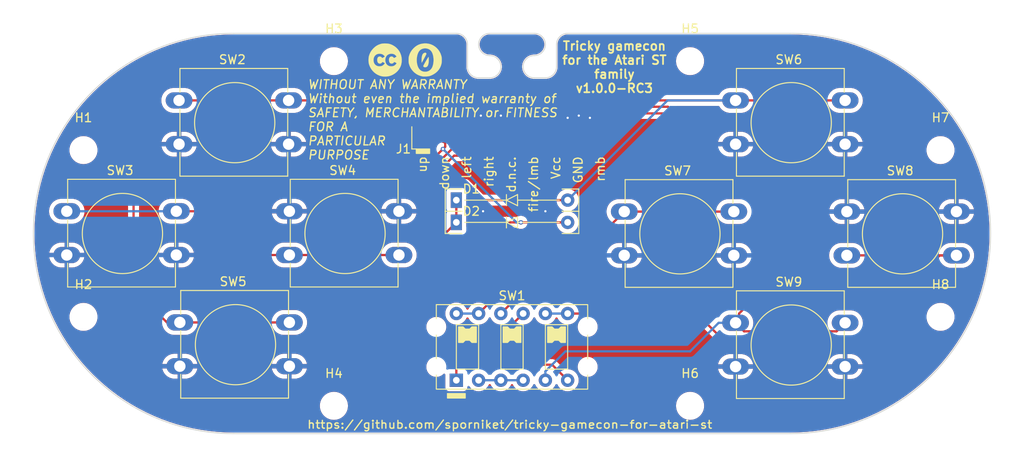
<source format=kicad_pcb>
(kicad_pcb (version 20221018) (generator pcbnew)
  (title_block (title "Tricky GAMe CONtroller for the Atari ST family -- PCB") (date "2023-11-14") (rev "v1.0.0-RC3") (company "Sporniket") (comment 3 "https://github.com/sporniket/tricky-gamecon-for-atari-st--pcb") (comment 4 "Original repository"))
  (layers (0 "F.Cu" signal) (31 "B.Cu" signal) (34 "B.Paste" user) (35 "F.Paste" user) (36 "B.SilkS" user "B.Silkscreen") (37 "F.SilkS" user "F.Silkscreen") (38 "B.Mask" user) (39 "F.Mask" user) (44 "Edge.Cuts" user))
  (net 0 "")
  (net 1 "Net-(D1-K)")
  (net 2 "/up")
  (net 3 "/down")
  (net 4 "/left")
  (net 5 "/right")
  (net 7 "/fire{slash}lmb")
  (net 8 "+5V")
  (net 9 "GND")
  (net 10 "/rmb")
  (net 11 "Net-(SW1-Pad2)")
  (net 12 "/special_1")
  (net 13 "/special_2")
  (footprint "Button_Switch_THT:SW_PUSH-12mm" (layer "F.Cu") (at 114.41 105.45)
    (fp_text reference "SW6" (at 6.08 -4.66) (layer "F.SilkS"))
    (fp_text value "SW_SPST")
    (fp_line (start 0.1 -3.65) (end 12.4 -3.65) (stroke (width 0.12)) (layer "F.SilkS"))
    (fp_line (start 0.1 -0.93) (end 0.1 -3.65) (stroke (width 0.12)) (layer "F.SilkS"))
    (fp_line (start 0.1 4.07) (end 0.1 0.93) (stroke (width 0.12)) (layer "F.SilkS"))
    (fp_line (start 0.1 8.65) (end 0.1 5.93) (stroke (width 0.12)) (layer "F.SilkS"))
    (fp_line (start 12.4 -3.65) (end 12.4 -0.93) (stroke (width 0.12)) (layer "F.SilkS"))
    (fp_line (start 12.4 0.93) (end 12.4 4.07) (stroke (width 0.12)) (layer "F.SilkS"))
    (fp_line (start 12.4 5.93) (end 12.4 8.65) (stroke (width 0.12)) (layer "F.SilkS"))
    (fp_line (start 12.4 8.65) (end 0.1 8.65) (stroke (width 0.12)) (layer "F.SilkS"))
    (fp_circle (center 6.35 2.54) (end 10.16 5.08) (stroke (width 0.12)) (fill none) (layer "F.SilkS"))
    (pad "1" thru_hole oval (at 0 0) (size 3.048 1.85) (drill 1.3) (layers "*.Cu" "*.Mask") (net 2 "/up"))
    (pad "1" thru_hole oval (at 12.5 0) (size 3.048 1.85) (drill 1.3) (layers "*.Cu" "*.Mask") (net 2 "/up"))
    (pad "2" thru_hole oval (at 0 5) (size 3.048 1.85) (drill 1.3) (layers "*.Cu" "*.Mask") (net 9 "GND"))
    (pad "2" thru_hole oval (at 12.5 5) (size 3.048 1.85) (drill 1.3) (layers "*.Cu" "*.Mask") (net 9 "GND"))
  )
  (footprint "cliparts:logo--cc--cc" (layer "F.Cu") (at 74.422 100.838)
    (fp_text reference "G***" hide)
    (fp_text value "LOGO" hide)
    (fp_poly (pts (xy 0.181573 -1.88911) (xy 0.356543 -1.871074) (xy 0.516513 -1.837606) (xy 0.67123 -1.78662) (xy 0.830442 -1.716032) (xy 0.843643 -1.709487) (xy 1.070063 -1.576968) (xy 1.272256 -1.418939) (xy 1.448851 -1.23807) (xy 1.59848 -1.037032) (xy 1.719773 -0.818495) (xy 1.81136 -0.585129) (xy 1.871872 -0.339604) (xy 1.899941 -0.084591) (xy 1.894196 0.177239) (xy 1.878437 0.308429) (xy 1.853943 0.448409) (xy 1.825086 0.566605) (xy 1.787398 0.677514) (xy 1.736411 0.795637) (xy 1.71349 0.843643) (xy 1.594377 1.04822) (xy 1.445139 1.238044) (xy 1.270073 1.409836) (xy 1.073479 1.560318) (xy 0.859654 1.686213) (xy 0.632895 1.784243) (xy 0.397503 1.85113) (xy 0.390465 1.852598) (xy 0.274583 1.870164) (xy 0.137355 1.881003) (xy -0.009239 1.885001) (xy -0.153222 1.882044) (xy -0.282615 1.872018) (xy -0.362857 1.859794) (xy -0.608774 1.792389) (xy -0.84152 1.692819) (xy -1.058442 1.563648) (xy -1.256888 1.407438) (xy -1.434207 1.226752) (xy -1.587745 1.024153) (xy -1.714851 0.802205) (xy -1.812872 0.563469) (xy -1.855612 0.417286) (xy -1.881501 0.273424) (xy -1.894726 0.10788) (xy -1.895294 -0.034735) (xy -1.3212 -0.034735) (xy -1.318302 0.081038) (xy -1.290796 0.243029) (xy -1.237057 0.381658) (xy -1.155967 0.499747) (xy -1.150236 0.506209) (xy -1.04068 0.601841) (xy -0.911682 0.669965) (xy -0.768744 0.709424) (xy -0.617371 0.719062) (xy -0.463063 0.697722) (xy -0.371906 0.669772) (xy -0.295824 0.634434) (xy -0.224288 0.584414) (xy -0.149678 0.515804) (xy -0.098676 0.46176) (xy -0.05957 0.414453) (xy -0.038389 0.381431) (xy -0.036285 0.373837) (xy -0.052325 0.350606) (xy -0.096884 0.318213) (xy -0.164235 0.280736) (xy -0.292185 0.216302) (xy -0.368342 0.299837) (xy -0.428999 0.357355) (xy -0.486889 0.390111) (xy -0.522838 0.400697) (xy -0.618426 0.407074) (xy -0.70938 0.386575) (xy -0.783917 0.342107) (xy -0.792298 0.334209) (xy -0.846678 0.256777) (xy -0.883244 0.157152) (xy -0.901671 0.044798) (xy -0.901658 -0.000564) (xy 0.021925 -0.000564) (xy 0.032819 0.147536) (xy 0.067865 0.289005) (xy 0.127017 0.417388) (xy 0.210228 0.526226) (xy 0.228506 0.543934) (xy 0.349757 0.631795) (xy 0.487782 0.69001) (xy 0.637194 0.717665) (xy 0.792606 0.713848) (xy 0.948631 0.677644) (xy 0.970666 0.669772) (xy 1.046747 0.634434) (xy 1.118283 0.584414) (xy 1.192893 0.515804) (xy 1.243904 0.46171) (xy 1.283013 0.414289) (xy 1.304188 0.381114) (xy 1.306286 0.37346) (xy 1.29179 0.351835) (xy 1.254093 0.323517) (xy 1.201883 0.292771) (xy 1.143849 0.263861) (xy 1.088679 0.241053) (xy 1.04506 0.22861) (xy 1.021681 0.230797) (xy 1.02029 0.23308) (xy 1.003623 0.261215) (xy 0.972063 0.302343) (xy 0.959106 0.317537) (xy 0.886365 0.374553) (xy 0.797859 0.403743) (xy 0.702027 0.404313) (xy 0.607307 0.375471) (xy 0.569508 0.354149) (xy 0.517338 0.300429) (xy 0.476897 0.220085) (xy 0.449855 0.121353) (xy 0.43788 0.012473) (xy 0.442643 -0.098318) (xy 0.460246 -0.18494) (xy 0.503984 -0.281315) (xy 0.567876 -0.351762) (xy 0.645923 -0.394996) (xy 0.732128 -0.409727) (xy 0.820491 -0.394669) (xy 0.905013 -0.348535) (xy 0.962346 -0.292681) (xy 1.016645 -0.226807) (xy 1.156522 -0.30268) (xy 1.219954 -0.338556) (xy 1.269762 -0.369494) (xy 1.298243 -0.390592) (xy 1.301968 -0.395261) (xy 1.293807 -0.420456) (xy 1.263689 -0.46093) (xy 1.218455 -0.509885) (xy 1.164944 -0.560519) (xy 1.109995 -0.606035) (xy 1.060447 -0.639631) (xy 1.0511 -0.644672) (xy 0.911788 -0.696839) (xy 0.763841 -0.719532) (xy 0.614253 -0.713716) (xy 0.470018 -0.680356) (xy 0.338131 -0.620416) (xy 0.225585 -0.534862) (xy 0.220802 -0.530141) (xy 0.134623 -0.420083) (xy 0.072781 -0.29083) (xy 0.035231 -0.148838) (xy 0.021925 -0.000564) (xy -0.901658 -0.000564) (xy -0.901636 -0.070823) (xy -0.882815 -0.180246) (xy -0.844886 -0.274009) (xy -0.814547 -0.31687) (xy -0.740947 -0.375776) (xy -0.655247 -0.404356) (xy -0.56465 -0.403011) (xy -0.476356 -0.372142) (xy -0.397567 -0.31215) (xy -0.380225 -0.292681) (xy -0.325926 -0.226807) (xy -0.186049 -0.30268) (xy -0.12248 -0.338813) (xy -0.072453 -0.370357) (xy -0.043729 -0.392287) (xy -0.039923 -0.397301) (xy -0.048117 -0.422599) (xy -0.078488 -0.462977) (xy -0.124195 -0.511726) (xy -0.178395 -0.562141) (xy -0.234249 -0.607514) (xy -0.284915 -0.641138) (xy -0.293064 -0.645479) (xy -0.421737 -0.692962) (xy -0.565556 -0.716327) (xy -0.713429 -0.715426) (xy -0.854269 -0.690113) (xy -0.950387 -0.654165) (xy -1.074292 -0.574791) (xy -1.175104 -0.469605) (xy -1.251046 -0.342163) (xy -1.300338 -0.196021) (xy -1.3212 -0.034735) (xy -1.895294 -0.034735) (xy -1.895423 -0.067078) (xy -1.88373 -0.239179) (xy -1.859785 -0.396155) (xy -1.845815 -0.455728) (xy -1.767541 -0.692448) (xy -1.662289 -0.910967) (xy -1.527044 -1.11655) (xy -1.358789 -1.31446) (xy -1.346304 -1.327531) (xy -1.160235 -1.500286) (xy -0.964759 -1.639929) (xy -0.75504 -1.749348) (xy -0.526241 -1.831427) (xy -0.480631 -1.844059) (xy -0.402317 -1.863556) (xy -0.332789 -1.877142) (xy -0.261944 -1.885903) (xy -0.17968 -1.890926) (xy -0.075895 -1.893297) (xy -0.018143 -1.893796) (xy 0.181573 -1.88911)) (stroke (width 0.01)) (fill solid) (layer "F.SilkS"))
  )
  (footprint "Button_Switch_THT:SW_PUSH-12mm" (layer "F.Cu") (at 50.91 105.45)
    (fp_text reference "SW2" (at 6.08 -4.66) (layer "F.SilkS"))
    (fp_text value "SW_SPST")
    (fp_line (start 0.1 -3.65) (end 12.4 -3.65) (stroke (width 0.12)) (layer "F.SilkS"))
    (fp_line (start 0.1 -0.93) (end 0.1 -3.65) (stroke (width 0.12)) (layer "F.SilkS"))
    (fp_line (start 0.1 4.07) (end 0.1 0.93) (stroke (width 0.12)) (layer "F.SilkS"))
    (fp_line (start 0.1 8.65) (end 0.1 5.93) (stroke (width 0.12)) (layer "F.SilkS"))
    (fp_line (start 12.4 -3.65) (end 12.4 -0.93) (stroke (width 0.12)) (layer "F.SilkS"))
    (fp_line (start 12.4 0.93) (end 12.4 4.07) (stroke (width 0.12)) (layer "F.SilkS"))
    (fp_line (start 12.4 5.93) (end 12.4 8.65) (stroke (width 0.12)) (layer "F.SilkS"))
    (fp_line (start 12.4 8.65) (end 0.1 8.65) (stroke (width 0.12)) (layer "F.SilkS"))
    (fp_circle (center 6.35 2.54) (end 10.16 5.08) (stroke (width 0.12)) (fill none) (layer "F.SilkS"))
    (pad "1" thru_hole oval (at 0 0) (size 3.048 1.85) (drill 1.3) (layers "*.Cu" "*.Mask") (net 2 "/up"))
    (pad "1" thru_hole oval (at 12.5 0) (size 3.048 1.85) (drill 1.3) (layers "*.Cu" "*.Mask") (net 2 "/up"))
    (pad "2" thru_hole oval (at 0 5) (size 3.048 1.85) (drill 1.3) (layers "*.Cu" "*.Mask") (net 9 "GND"))
    (pad "2" thru_hole oval (at 12.5 5) (size 3.048 1.85) (drill 1.3) (layers "*.Cu" "*.Mask") (net 9 "GND"))
  )
  (footprint "commons-passives_THT:Passive_THT_diode_W2.54mm_L12.70mm" (layer "F.Cu") (at 88.9 116.84)
    (fp_text reference "D1" (at -5.715 -1.27) (layer "F.SilkS") (effects (justify left)))
    (fp_text value "1N4148")
    (fp_line (start -7.62 -1.27) (end -5.715 -1.27) (stroke (width 0.12)) (layer "F.SilkS"))
    (fp_line (start -7.62 1.27) (end -7.62 -1.27) (stroke (width 0.12)) (layer "F.SilkS"))
    (fp_line (start -5.715 1.27) (end -7.62 1.27) (stroke (width 0.12)) (layer "F.SilkS"))
    (fp_line (start -0.635 -0.635) (end -0.635 0.635) (stroke (width 0.12)) (layer "F.SilkS"))
    (fp_line (start -0.635 0) (end -5.3975 0) (stroke (width 0.12)) (layer "F.SilkS"))
    (fp_line (start -0.635 0) (end 0.635 0.635) (stroke (width 0.12)) (layer "F.SilkS"))
    (fp_line (start 0.635 -0.635) (end -0.635 0) (stroke (width 0.12)) (layer "F.SilkS"))
    (fp_line (start 0.635 0) (end 5.3975 0) (stroke (width 0.12)) (layer "F.SilkS"))
    (fp_line (start 0.635 0.635) (end 0.635 -0.635) (stroke (width 0.12)) (layer "F.SilkS"))
    (fp_line (start 5.715 -1.27) (end 7.62 -1.27) (stroke (width 0.12)) (layer "F.SilkS"))
    (fp_line (start 7.62 -1.27) (end 7.62 1.27) (stroke (width 0.12)) (layer "F.SilkS"))
    (fp_line (start 7.62 1.27) (end 5.715 1.27) (stroke (width 0.12)) (layer "F.SilkS"))
    (pad "1" thru_hole rect (at -6.35 0) (size 1.27 1.778) (drill 0.762) (layers "*.Cu" "*.Mask") (net 1 "Net-(D1-K)"))
    (pad "2" thru_hole circle (at 6.35 0) (size 1.524 1.524) (drill 0.762) (layers "*.Cu" "*.Mask") (net 2 "/up"))
  )
  (footprint "MountingHole:MountingHole_2.7mm_M2.5" (layer "F.Cu") (at 109.22 100.965)
    (fp_text reference "H5" (at 0 -3.7) (layer "F.SilkS"))
    (fp_text value "M2.5")
    (pad "" np_thru_hole circle (at 0 0) (size 2.7 2.7) (drill 2.7) (layers "*.Cu" "*.Mask"))
  )
  (footprint "MountingHole:MountingHole_2.7mm_M2.5" (layer "F.Cu") (at 40.005 130.175)
    (fp_text reference "H2" (at 0 -3.7) (layer "F.SilkS"))
    (fp_text value "M2.5")
    (pad "" np_thru_hole circle (at 0 0) (size 2.7 2.7) (drill 2.7) (layers "*.Cu" "*.Mask"))
  )
  (footprint "MountingHole:MountingHole_2.7mm_M2.5" (layer "F.Cu") (at 109.22 140.335)
    (fp_text reference "H6" (at 0 -3.7) (layer "F.SilkS"))
    (fp_text value "M2.5")
    (pad "" np_thru_hole circle (at 0 0) (size 2.7 2.7) (drill 2.7) (layers "*.Cu" "*.Mask"))
  )
  (footprint "MountingHole:MountingHole_2.7mm_M2.5" (layer "F.Cu") (at 68.58 100.965)
    (fp_text reference "H3" (at 0 -3.7) (layer "F.SilkS"))
    (fp_text value "M2.5")
    (pad "" np_thru_hole circle (at 0 0) (size 2.7 2.7) (drill 2.7) (layers "*.Cu" "*.Mask"))
  )
  (footprint "Button_Switch_THT:SW_PUSH-12mm" (layer "F.Cu") (at 63.5 118.11)
    (fp_text reference "SW4" (at 6.08 -4.66) (layer "F.SilkS"))
    (fp_text value "SW_SPST")
    (fp_line (start 0.1 -3.65) (end 12.4 -3.65) (stroke (width 0.12)) (layer "F.SilkS"))
    (fp_line (start 0.1 -0.93) (end 0.1 -3.65) (stroke (width 0.12)) (layer "F.SilkS"))
    (fp_line (start 0.1 4.07) (end 0.1 0.93) (stroke (width 0.12)) (layer "F.SilkS"))
    (fp_line (start 0.1 8.65) (end 0.1 5.93) (stroke (width 0.12)) (layer "F.SilkS"))
    (fp_line (start 12.4 -3.65) (end 12.4 -0.93) (stroke (width 0.12)) (layer "F.SilkS"))
    (fp_line (start 12.4 0.93) (end 12.4 4.07) (stroke (width 0.12)) (layer "F.SilkS"))
    (fp_line (start 12.4 5.93) (end 12.4 8.65) (stroke (width 0.12)) (layer "F.SilkS"))
    (fp_line (start 12.4 8.65) (end 0.1 8.65) (stroke (width 0.12)) (layer "F.SilkS"))
    (fp_circle (center 6.35 2.54) (end 10.16 5.08) (stroke (width 0.12)) (fill none) (layer "F.SilkS"))
    (pad "1" thru_hole oval (at 0 0) (size 3.048 1.85) (drill 1.3) (layers "*.Cu" "*.Mask") (net 9 "GND"))
    (pad "1" thru_hole oval (at 12.5 0) (size 3.048 1.85) (drill 1.3) (layers "*.Cu" "*.Mask") (net 9 "GND"))
    (pad "2" thru_hole oval (at 0 5) (size 3.048 1.85) (drill 1.3) (layers "*.Cu" "*.Mask") (net 5 "/right"))
    (pad "2" thru_hole oval (at 12.5 5) (size 3.048 1.85) (drill 1.3) (layers "*.Cu" "*.Mask") (net 5 "/right"))
  )
  (footprint "Button_Switch_THT:SW_PUSH-12mm" (layer "F.Cu") (at 127.11 118.15)
    (fp_text reference "SW8" (at 6.08 -4.66) (layer "F.SilkS"))
    (fp_text value "SW_SPST")
    (fp_line (start 0.1 -3.65) (end 12.4 -3.65) (stroke (width 0.12)) (layer "F.SilkS"))
    (fp_line (start 0.1 -0.93) (end 0.1 -3.65) (stroke (width 0.12)) (layer "F.SilkS"))
    (fp_line (start 0.1 4.07) (end 0.1 0.93) (stroke (width 0.12)) (layer "F.SilkS"))
    (fp_line (start 0.1 8.65) (end 0.1 5.93) (stroke (width 0.12)) (layer "F.SilkS"))
    (fp_line (start 12.4 -3.65) (end 12.4 -0.93) (stroke (width 0.12)) (layer "F.SilkS"))
    (fp_line (start 12.4 0.93) (end 12.4 4.07) (stroke (width 0.12)) (layer "F.SilkS"))
    (fp_line (start 12.4 5.93) (end 12.4 8.65) (stroke (width 0.12)) (layer "F.SilkS"))
    (fp_line (start 12.4 8.65) (end 0.1 8.65) (stroke (width 0.12)) (layer "F.SilkS"))
    (fp_circle (center 6.35 2.54) (end 10.16 5.08) (stroke (width 0.12)) (fill none) (layer "F.SilkS"))
    (pad "1" thru_hole oval (at 0 0) (size 3.048 1.85) (drill 1.3) (layers "*.Cu" "*.Mask") (net 9 "GND"))
    (pad "1" thru_hole oval (at 12.5 0) (size 3.048 1.85) (drill 1.3) (layers "*.Cu" "*.Mask") (net 9 "GND"))
    (pad "2" thru_hole oval (at 0 5) (size 3.048 1.85) (drill 1.3) (layers "*.Cu" "*.Mask") (net 12 "/special_1"))
    (pad "2" thru_hole oval (at 12.5 5) (size 3.048 1.85) (drill 1.3) (layers "*.Cu" "*.Mask") (net 12 "/special_1"))
  )
  (footprint "commons-passives_THT:Passive_THT_diode_W2.54mm_L12.70mm" (layer "F.Cu") (at 88.9 119.38)
    (fp_text reference "D2" (at -5.715 -1.27) (layer "F.SilkS") (effects (justify left)))
    (fp_text value "1N4148")
    (fp_line (start -7.62 -1.27) (end -5.715 -1.27) (stroke (width 0.12)) (layer "F.SilkS"))
    (fp_line (start -7.62 1.27) (end -7.62 -1.27) (stroke (width 0.12)) (layer "F.SilkS"))
    (fp_line (start -5.715 1.27) (end -7.62 1.27) (stroke (width 0.12)) (layer "F.SilkS"))
    (fp_line (start -0.635 -0.635) (end -0.635 0.635) (stroke (width 0.12)) (layer "F.SilkS"))
    (fp_line (start -0.635 0) (end -5.3975 0) (stroke (width 0.12)) (layer "F.SilkS"))
    (fp_line (start -0.635 0) (end 0.635 0.635) (stroke (width 0.12)) (layer "F.SilkS"))
    (fp_line (start 0.635 -0.635) (end -0.635 0) (stroke (width 0.12)) (layer "F.SilkS"))
    (fp_line (start 0.635 0) (end 5.3975 0) (stroke (width 0.12)) (layer "F.SilkS"))
    (fp_line (start 0.635 0.635) (end 0.635 -0.635) (stroke (width 0.12)) (layer "F.SilkS"))
    (fp_line (start 5.715 -1.27) (end 7.62 -1.27) (stroke (width 0.12)) (layer "F.SilkS"))
    (fp_line (start 7.62 -1.27) (end 7.62 1.27) (stroke (width 0.12)) (layer "F.SilkS"))
    (fp_line (start 7.62 1.27) (end 5.715 1.27) (stroke (width 0.12)) (layer "F.SilkS"))
    (pad "1" thru_hole rect (at -6.35 0) (size 1.27 1.778) (drill 0.762) (layers "*.Cu" "*.Mask") (net 1 "Net-(D1-K)"))
    (pad "2" thru_hole circle (at 6.35 0) (size 1.524 1.524) (drill 0.762) (layers "*.Cu" "*.Mask") (net 3 "/down"))
  )
  (footprint "Button_Switch_THT:SW_PUSH-12mm" (layer "F.Cu") (at 114.41 130.85)
    (fp_text reference "SW9" (at 6.08 -4.66) (layer "F.SilkS"))
    (fp_text value "SW_SPST")
    (fp_line (start 0.1 -3.65) (end 12.4 -3.65) (stroke (width 0.12)) (layer "F.SilkS"))
    (fp_line (start 0.1 -0.93) (end 0.1 -3.65) (stroke (width 0.12)) (layer "F.SilkS"))
    (fp_line (start 0.1 4.07) (end 0.1 0.93) (stroke (width 0.12)) (layer "F.SilkS"))
    (fp_line (start 0.1 8.65) (end 0.1 5.93) (stroke (width 0.12)) (layer "F.SilkS"))
    (fp_line (start 12.4 -3.65) (end 12.4 -0.93) (stroke (width 0.12)) (layer "F.SilkS"))
    (fp_line (start 12.4 0.93) (end 12.4 4.07) (stroke (width 0.12)) (layer "F.SilkS"))
    (fp_line (start 12.4 5.93) (end 12.4 8.65) (stroke (width 0.12)) (layer "F.SilkS"))
    (fp_line (start 12.4 8.65) (end 0.1 8.65) (stroke (width 0.12)) (layer "F.SilkS"))
    (fp_circle (center 6.35 2.54) (end 10.16 5.08) (stroke (width 0.12)) (fill none) (layer "F.SilkS"))
    (pad "1" thru_hole oval (at 0 0) (size 3.048 1.85) (drill 1.3) (layers "*.Cu" "*.Mask") (net 7 "/fire{slash}lmb"))
    (pad "1" thru_hole oval (at 12.5 0) (size 3.048 1.85) (drill 1.3) (layers "*.Cu" "*.Mask") (net 7 "/fire{slash}lmb"))
    (pad "2" thru_hole oval (at 0 5) (size 3.048 1.85) (drill 1.3) (layers "*.Cu" "*.Mask") (net 9 "GND"))
    (pad "2" thru_hole oval (at 12.5 5) (size 3.048 1.85) (drill 1.3) (layers "*.Cu" "*.Mask") (net 9 "GND"))
  )
  (footprint "MountingHole:MountingHole_2.7mm_M2.5" (layer "F.Cu") (at 40.005 111.125)
    (fp_text reference "H1" (at 0 -3.7) (layer "F.SilkS"))
    (fp_text value "M2.5")
    (pad "" np_thru_hole circle (at 0 0) (size 2.7 2.7) (drill 2.7) (layers "*.Cu" "*.Mask"))
  )
  (footprint "cliparts:logo--cc--zero" (layer "F.Cu") (at 78.994 100.838)
    (fp_text reference "G***" hide)
    (fp_text value "LOGO" hide)
    (fp_poly (pts (xy 0.057321 -0.830424) (xy 0.083463 -0.820686) (xy 0.117309 -0.780814) (xy 0.137478 -0.725549) (xy 0.137747 -0.680571) (xy 0.127503 -0.657424) (xy 0.102603 -0.607525) (xy 0.06567 -0.535781) (xy 0.019328 -0.447098) (xy -0.033802 -0.346382) (xy -0.091097 -0.238539) (xy -0.149934 -0.128475) (xy -0.20769 -0.021096) (xy -0.261742 0.07869) (xy -0.309468 0.165979) (xy -0.348245 0.235863) (xy -0.375451 0.283438) (xy -0.388462 0.303795) (xy -0.388486 0.30382) (xy -0.393459 0.290764) (xy -0.400181 0.249603) (xy -0.407406 0.188391) (xy -0.40931 0.169171) (xy -0.413139 0.092066) (xy -0.413075 -0.007241) (xy -0.409332 -0.114899) (xy -0.403675 -0.199571) (xy -0.382038 -0.376288) (xy -0.349163 -0.520517) (xy -0.304017 -0.634591) (xy -0.245569 -0.720841) (xy -0.172787 -0.781601) (xy -0.138177 -0.799862) (xy -0.070544 -0.82254) (xy -0.001027 -0.833136) (xy 0.057321 -0.830424)) (stroke (width 0.01)) (fill solid) (layer "F.SilkS"))
    (fp_poly (pts (xy 0.383764 -0.357274) (xy 0.393353 -0.321778) (xy 0.40108 -0.257806) (xy 0.406723 -0.173131) (xy 0.41006 -0.075525) (xy 0.410869 0.027239) (xy 0.408929 0.127388) (xy 0.404016 0.217149) (xy 0.401074 0.249312) (xy 0.3739 0.425253) (xy 0.333003 0.568124) (xy 0.278198 0.678521) (xy 0.261348 0.702372) (xy 0.190452 0.769059) (xy 0.101924 0.813267) (xy 0.00607 0.831874) (xy -0.086801 0.82176) (xy -0.108484 0.814324) (xy -0.177149 0.773742) (xy -0.212652 0.720491) (xy -0.217714 0.686685) (xy -0.209228 0.658752) (xy -0.185436 0.606283) (xy -0.14884 0.53362) (xy -0.101939 0.445101) (xy -0.047235 0.345066) (xy 0.012774 0.237856) (xy 0.075585 0.12781) (xy 0.138699 0.019269) (xy 0.199616 -0.083428) (xy 0.255834 -0.175941) (xy 0.304853 -0.253931) (xy 0.344174 -0.313056) (xy 0.371295 -0.348978) (xy 0.383716 -0.357356) (xy 0.383764 -0.357274)) (stroke (width 0.01)) (fill solid) (layer "F.SilkS"))
    (fp_poly (pts (xy 0.165523 -1.89717) (xy 0.419686 -1.859637) (xy 0.664181 -1.787833) (xy 0.896761 -1.682579) (xy 1.115182 -1.544698) (xy 1.304474 -1.38712) (xy 1.481837 -1.195152) (xy 1.631406 -0.981221) (xy 1.750897 -0.749165) (xy 1.838026 -0.502822) (xy 1.844128 -0.480359) (xy 1.863624 -0.401998) (xy 1.877214 -0.332288) (xy 1.885988 -0.26112) (xy 1.891036 -0.178383) (xy 1.893449 -0.073966) (xy 1.893958 -0.018143) (xy 1.893143 0.121119) (xy 1.888203 0.233522) (xy 1.878477 0.32833) (xy 1.8633 0.414805) (xy 1.862771 0.417286) (xy 1.792249 0.662677) (xy 1.689954 0.891356) (xy 1.557011 1.101922) (xy 1.394546 1.292972) (xy 1.203684 1.463102) (xy 0.985551 1.61091) (xy 0.843643 1.687511) (xy 0.704335 1.75318) (xy 0.582976 1.801925) (xy 0.469017 1.836271) (xy 0.351906 1.858744) (xy 0.221093 1.871867) (xy 0.066027 1.878168) (xy 0.045357 1.878584) (xy -0.057047 1.87988) (xy -0.149573 1.879943) (xy -0.22482 1.878851) (xy -0.275389 1.876683) (xy -0.290286 1.875007) (xy -0.554392 1.807678) (xy -0.795148 1.713832) (xy -1.015524 1.591928) (xy -1.218493 1.440426) (xy -1.333868 1.333968) (xy -1.511617 1.132692) (xy -1.657864 0.913606) (xy -1.77222 0.677378) (xy -1.84672 0.45378) (xy -1.865359 0.379667) (xy -1.878292 0.31352) (xy -1.886515 0.245572) (xy -1.891027 0.166054) (xy -1.892822 0.065197) (xy -1.892977 0.011949) (xy -0.962263 0.011949) (xy -0.952186 0.225626) (xy -0.922519 0.434426) (xy -0.872812 0.63303) (xy -0.802618 0.816122) (xy -0.796966 0.828134) (xy -0.702488 0.988993) (xy -0.587229 1.120459) (xy -0.45277 1.221717) (xy -0.300691 1.29195) (xy -0.132571 1.330343) (xy 0.050008 1.33608) (xy 0.163286 1.323908) (xy 0.326889 1.280535) (xy 0.476659 1.204962) (xy 0.609024 1.099792) (xy 0.720412 0.967631) (xy 0.774855 0.878033) (xy 0.844141 0.718825) (xy 0.897988 0.533618) (xy 0.935244 0.329766) (xy 0.954756 0.114625) (xy 0.955373 -0.104449) (xy 0.947333 -0.222973) (xy 0.912947 -0.464304) (xy 0.858093 -0.676541) (xy 0.782907 -0.859426) (xy 0.687524 -1.0127) (xy 0.57208 -1.136105) (xy 0.436711 -1.229384) (xy 0.411082 -1.242542) (xy 0.249752 -1.303406) (xy 0.082219 -1.333412) (xy -0.086049 -1.333434) (xy -0.249586 -1.304349) (xy -0.402924 -1.247033) (xy -0.540596 -1.16236) (xy -0.636437 -1.074798) (xy -0.734485 -0.943512) (xy -0.815634 -0.785201) (xy -0.879434 -0.605182) (xy -0.925439 -0.408773) (xy -0.953198 -0.20129) (xy -0.962263 0.011949) (xy -1.892977 0.011949) (xy -1.893012 0) (xy -1.892259 -0.115871) (xy -1.889329 -0.205279) (xy -1.883215 -0.278029) (xy -1.87291 -0.343923) (xy -1.857409 -0.412765) (xy -1.846226 -0.455728) (xy -1.765836 -0.697077) (xy -1.658279 -0.918824) (xy -1.520588 -1.126164) (xy -1.350311 -1.323756) (xy -1.159879 -1.500692) (xy -0.961487 -1.643312) (xy -0.751606 -1.753235) (xy -0.526709 -1.832081) (xy -0.283267 -1.88147) (xy -0.096062 -1.899611) (xy 0.165523 -1.89717)) (stroke (width 0.01)) (fill solid) (layer "F.SilkS"))
  )
  (footprint "tricky_footprints:GrayHill_Series78_SPDT_DIP_Switches_x03" (layer "F.Cu") (at 88.9 133.604)
    (fp_text reference "SW1" (at 0 -5.842 unlocked) (layer "F.SilkS"))
    (fp_text value "GrayHill_series_78_SPDT_DIP_x03")
    (fp_rect (start -8.636 -4.826) (end 8.636 4.826) (stroke (width 0.12)) (fill none) (layer "F.SilkS"))
    (fp_rect (start -7.366 5.334) (end -5.334 5.842) (stroke (width 0.12)) (fill solid) (layer "F.SilkS"))
    (fp_rect (start -6.35 -2.54) (end -3.81 2.54) (stroke (width 0.12)) (fill none) (layer "F.SilkS"))
    (fp_rect (start -1.27 -2.54) (end 1.27 2.54) (stroke (width 0.12)) (fill none) (layer "F.SilkS"))
    (fp_rect (start 3.81 -2.54) (end 6.35 2.54) (stroke (width 0.12)) (fill none) (layer "F.SilkS"))
    (fp_poly (pts (xy -6.096 -2.286) (xy -5.588 -2.286) (xy -5.334 -2.032) (xy -4.826 -2.032) (xy -4.572 -2.286) (xy -4.064 -2.286) (xy -4.064 -0.508) (xy -4.572 -0.508) (xy -4.826 -0.762) (xy -5.334 -0.762) (xy -5.588 -0.508) (xy -6.096 -0.508)) (stroke (width 0.12)) (fill solid) (layer "F.SilkS"))
    (fp_poly (pts (xy -1.016 -2.286) (xy -0.508 -2.286) (xy -0.254 -2.032) (xy 0.254 -2.032) (xy 0.508 -2.286) (xy 1.016 -2.286) (xy 1.016 -0.508) (xy 0.508 -0.508) (xy 0.254 -0.762) (xy -0.254 -0.762) (xy -0.508 -0.508) (xy -1.016 -0.508)) (stroke (width 0.12)) (fill solid) (layer "F.SilkS"))
    (fp_poly (pts (xy 4.064 -2.286) (xy 4.572 -2.286) (xy 4.826 -2.032) (xy 5.334 -2.032) (xy 5.588 -2.286) (xy 6.096 -2.286) (xy 6.096 -0.508) (xy 5.588 -0.508) (xy 5.334 -0.762) (xy 4.826 -0.762) (xy 4.572 -0.508) (xy 4.064 -0.508)) (stroke (width 0.12)) (fill solid) (layer "F.SilkS"))
    (pad "" np_thru_hole circle (at -8.636 -2.286) (size 1.778 1.778) (drill 1.778) (layers "F&B.Cu" "*.Mask"))
    (pad "" np_thru_hole circle (at -8.636 2.286) (size 1.778 1.778) (drill 1.778) (layers "F&B.Cu" "*.Mask"))
    (pad "" np_thru_hole circle (at 8.636 -2.286) (size 1.778 1.778) (drill 1.778) (layers "F&B.Cu" "*.Mask"))
    (pad "" np_thru_hole circle (at 8.636 2.286) (size 1.778 1.778) (drill 1.778) (layers "F&B.Cu" "*.Mask"))
    (pad "1" thru_hole rect (at -6.35 3.81) (size 1.524 1.524) (drill 0.762) (layers "*.Cu" "*.Mask") (net 2 "/up"))
    (pad "2" thru_hole circle (at -3.81 3.81) (size 1.524 1.524) (drill 0.762) (layers "*.Cu" "*.Mask") (net 11 "Net-(SW1-Pad2)"))
    (pad "3" thru_hole circle (at -1.27 3.81) (size 1.524 1.524) (drill 0.762) (layers "*.Cu" "*.Mask") (net 11 "Net-(SW1-Pad2)"))
    (pad "4" thru_hole circle (at 1.27 3.81) (size 1.524 1.524) (drill 0.762) (layers "*.Cu" "*.Mask") (net 11 "Net-(SW1-Pad2)"))
    (pad "5" thru_hole circle (at 3.81 3.81) (size 1.524 1.524) (drill 0.762) (layers "*.Cu" "*.Mask") (net 7 "/fire{slash}lmb"))
    (pad "6" thru_hole circle (at 6.35 3.81) (size 1.524 1.524) (drill 0.762) (layers "*.Cu" "*.Mask") (net 1 "Net-(D1-K)"))
    (pad "7" thru_hole circle (at 6.35 -3.81) (size 1.524 1.524) (drill 0.762) (layers "*.Cu" "*.Mask") (net 12 "/special_1"))
    (pad "8" thru_hole circle (at 3.81 -3.81) (size 1.524 1.524) (drill 0.762) (layers "*.Cu" "*.Mask") (net 12 "/special_1"))
    (pad "9" thru_hole circle (at 1.27 -3.81) (size 1.524 1.524) (drill 0.762) (layers "*.Cu" "*.Mask") (net 3 "/down"))
    (pad "10" thru_hole circle (at -1.27 -3.81) (size 1.524 1.524) (drill 0.762) (layers "*.Cu" "*.Mask") (net 10 "/rmb"))
    (pad "11" thru_hole circle (at -3.81 -3.81) (size 1.524 1.524) (drill 0.762) (layers "*.Cu" "*.Mask") (net 13 "/special_2"))
    (pad "12" thru_hole circle (at -6.35 -3.81) (size 1.524 1.524) (drill 0.762) (layers "*.Cu" "*.Mask") (net 13 "/special_2"))
  )
  (footprint "MountingHole:MountingHole_2.7mm_M2.5" (layer "F.Cu") (at 137.795 111.125)
    (fp_text reference "H7" (at 0 -3.7) (layer "F.SilkS"))
    (fp_text value "M2.5")
    (pad "" np_thru_hole circle (at 0 0) (size 2.7 2.7) (drill 2.7) (layers "*.Cu" "*.Mask"))
  )
  (footprint "tricky_footprints:Wire_pads_x9" (layer "F.Cu") (at 88.9 109.22)
    (fp_text reference "J1" (at -11.43 1.778 unlocked) (layer "F.SilkS") (effects (justify right)))
    (fp_text value "Conn_01x09")
    (fp_text user "fire/lmb" (at 3.048 2.54 270) (layer "F.SilkS") (effects (justify right bottom)))
    (fp_text user "GND" (at 8.128 2.54 270) (layer "F.SilkS") (effects (justify right bottom)))
    (fp_text user "right" (at -2.032 2.54 270) (layer "F.SilkS") (effects (justify right bottom)))
    (fp_text user "up" (at -9.652 2.54 270) (layer "F.SilkS") (effects (justify right bottom)))
    (fp_text user "left" (at -4.572 2.54 270) (layer "F.SilkS") (effects (justify right bottom)))
    (fp_text user "Vcc" (at 5.588 2.54 270) (layer "F.SilkS") (effects (justify right bottom)))
    (fp_text user "d.n.c." (at 0.508 2.54 270) (layer "F.SilkS") (effects (justify right bottom)))
    (fp_text user "rmb" (at 10.668 2.54 270) (layer "F.SilkS") (effects (justify right bottom)))
    (fp_text user "down" (at -7.112 2.54 270) (layer "F.SilkS") (effects (justify right bottom)))
    (fp_line (start -11.43 1.778) (end -11.43 -0.762) (stroke (width 0.12)) (layer "F.SilkS"))
    (fp_line (start -10.922 1.778) (end -11.43 1.778) (stroke (width 0.12)) (layer "F.SilkS"))
    (fp_rect (start -10.922 1.778) (end -9.398 2.286) (stroke (width 0.12)) (fill solid) (layer "F.SilkS"))
    (pad "1" smd rect (at -10.16 0) (size 1.524 2.286) (layers "F.Cu" "F.Paste" "F.Mask") (net 2 "/up"))
    (pad "2" smd oval (at -7.62 0) (size 1.524 2.286) (layers "F.Cu" "F.Paste" "F.Mask") (net 3 "/down"))
    (pad "3" smd oval (at -5.08 0) (size 1.524 2.286) (layers "F.Cu" "F.Paste" "F.Mask") (net 4 "/left"))
    (pad "4" smd oval (at -2.54 0) (size 1.524 2.286) (layers "F.Cu" "F.Paste" "F.Mask") (net 5 "/right"))
    (pad "5" smd oval (at 0 0) (size 1.524 2.286) (layers "F.Cu" "F.Paste" "F.Mask"))
    (pad "6" smd oval (at 2.54 0) (size 1.524 2.286) (layers "F.Cu" "F.Paste" "F.Mask") (net 7 "/fire{slash}lmb"))
    (pad "7" smd oval (at 5.08 0) (size 1.524 2.286) (layers "F.Cu" "F.Paste" "F.Mask") (net 8 "+5V"))
    (pad "8" smd oval (at 7.62 0) (size 1.524 2.286) (layers "F.Cu" "F.Paste" "F.Mask") (net 9 "GND"))
    (pad "9" smd oval (at 10.16 0) (size 1.524 2.286) (layers "F.Cu" "F.Paste" "F.Mask") (net 10 "/rmb"))
  )
  (footprint "Button_Switch_THT:SW_PUSH-12mm" (layer "F.Cu") (at 101.71 118.15)
    (fp_text reference "SW7" (at 6.08 -4.66) (layer "F.SilkS"))
    (fp_text value "SW_SPST")
    (fp_line (start 0.1 -3.65) (end 12.4 -3.65) (stroke (width 0.12)) (layer "F.SilkS"))
    (fp_line (start 0.1 -0.93) (end 0.1 -3.65) (stroke (width 0.12)) (layer "F.SilkS"))
    (fp_line (start 0.1 4.07) (end 0.1 0.93) (stroke (width 0.12)) (layer "F.SilkS"))
    (fp_line (start 0.1 8.65) (end 0.1 5.93) (stroke (width 0.12)) (layer "F.SilkS"))
    (fp_line (start 12.4 -3.65) (end 12.4 -0.93) (stroke (width 0.12)) (layer "F.SilkS"))
    (fp_line (start 12.4 0.93) (end 12.4 4.07) (stroke (width 0.12)) (layer "F.SilkS"))
    (fp_line (start 12.4 5.93) (end 12.4 8.65) (stroke (width 0.12)) (layer "F.SilkS"))
    (fp_line (start 12.4 8.65) (end 0.1 8.65) (stroke (width 0.12)) (layer "F.SilkS"))
    (fp_circle (center 6.35 2.54) (end 10.16 5.08) (stroke (width 0.12)) (fill none) (layer "F.SilkS"))
    (pad "1" thru_hole oval (at 0 0) (size 3.048 1.85) (drill 1.3) (layers "*.Cu" "*.Mask") (net 13 "/special_2"))
    (pad "1" thru_hole oval (at 12.5 0) (size 3.048 1.85) (drill 1.3) (layers "*.Cu" "*.Mask") (net 13 "/special_2"))
    (pad "2" thru_hole oval (at 0 5) (size 3.048 1.85) (drill 1.3) (layers "*.Cu" "*.Mask") (net 9 "GND"))
    (pad "2" thru_hole oval (at 12.5 5) (size 3.048 1.85) (drill 1.3) (layers "*.Cu" "*.Mask") (net 9 "GND"))
  )
  (footprint "MountingHole:MountingHole_2.7mm_M2.5" (layer "F.Cu") (at 68.58 140.335)
    (fp_text reference "H4" (at 0 -3.7) (layer "F.SilkS"))
    (fp_text value "M2.5")
    (pad "" np_thru_hole circle (at 0 0) (size 2.7 2.7) (drill 2.7) (layers "*.Cu" "*.Mask"))
  )
  (footprint "MountingHole:MountingHole_2.7mm_M2.5" (layer "F.Cu") (at 137.795 130.175)
    (fp_text reference "H8" (at 0 -3.7) (layer "F.SilkS"))
    (fp_text value "M2.5")
    (pad "" np_thru_hole circle (at 0 0) (size 2.7 2.7) (drill 2.7) (layers "*.Cu" "*.Mask"))
  )
  (footprint "Button_Switch_THT:SW_PUSH-12mm" (layer "F.Cu") (at 51 130.81)
    (fp_text reference "SW5" (at 6.08 -4.66) (layer "F.SilkS"))
    (fp_text value "SW_SPST")
    (fp_line (start 0.1 -3.65) (end 12.4 -3.65) (stroke (width 0.12)) (layer "F.SilkS"))
    (fp_line (start 0.1 -0.93) (end 0.1 -3.65) (stroke (width 0.12)) (layer "F.SilkS"))
    (fp_line (start 0.1 4.07) (end 0.1 0.93) (stroke (width 0.12)) (layer "F.SilkS"))
    (fp_line (start 0.1 8.65) (end 0.1 5.93) (stroke (width 0.12)) (layer "F.SilkS"))
    (fp_line (start 12.4 -3.65) (end 12.4 -0.93) (stroke (width 0.12)) (layer "F.SilkS"))
    (fp_line (start 12.4 0.93) (end 12.4 4.07) (stroke (width 0.12)) (layer "F.SilkS"))
    (fp_line (start 12.4 5.93) (end 12.4 8.65) (stroke (width 0.12)) (layer "F.SilkS"))
    (fp_line (start 12.4 8.65) (end 0.1 8.65) (stroke (width 0.12)) (layer "F.SilkS"))
    (fp_circle (center 6.35 2.54) (end 10.16 5.08) (stroke (width 0.12)) (fill none) (layer "F.SilkS"))
    (pad "1" thru_hole oval (at 0 0) (size 3.048 1.85) (drill 1.3) (layers "*.Cu" "*.Mask") (net 3 "/down"))
    (pad "1" thru_hole oval (at 12.5 0) (size 3.048 1.85) (drill 1.3) (layers "*.Cu" "*.Mask") (net 3 "/down"))
    (pad "2" thru_hole oval (at 0 5) (size 3.048 1.85) (drill 1.3) (layers "*.Cu" "*.Mask") (net 9 "GND"))
    (pad "2" thru_hole oval (at 12.5 5) (size 3.048 1.85) (drill 1.3) (layers "*.Cu" "*.Mask") (net 9 "GND"))
  )
  (footprint "Button_Switch_THT:SW_PUSH-12mm" (layer "F.Cu") (at 38.1 118.11)
    (fp_text reference "SW3" (at 6.08 -4.66) (layer "F.SilkS"))
    (fp_text value "SW_SPST")
    (fp_line (start 0.1 -3.65) (end 12.4 -3.65) (stroke (width 0.12)) (layer "F.SilkS"))
    (fp_line (start 0.1 -0.93) (end 0.1 -3.65) (stroke (width 0.12)) (layer "F.SilkS"))
    (fp_line (start 0.1 4.07) (end 0.1 0.93) (stroke (width 0.12)) (layer "F.SilkS"))
    (fp_line (start 0.1 8.65) (end 0.1 5.93) (stroke (width 0.12)) (layer "F.SilkS"))
    (fp_line (start 12.4 -3.65) (end 12.4 -0.93) (stroke (width 0.12)) (layer "F.SilkS"))
    (fp_line (start 12.4 0.93) (end 12.4 4.07) (stroke (width 0.12)) (layer "F.SilkS"))
    (fp_line (start 12.4 5.93) (end 12.4 8.65) (stroke (width 0.12)) (layer "F.SilkS"))
    (fp_line (start 12.4 8.65) (end 0.1 8.65) (stroke (width 0.12)) (layer "F.SilkS"))
    (fp_circle (center 6.35 2.54) (end 10.16 5.08) (stroke (width 0.12)) (fill none) (layer "F.SilkS"))
    (pad "1" thru_hole oval (at 0 0) (size 3.048 1.85) (drill 1.3) (layers "*.Cu" "*.Mask") (net 4 "/left"))
    (pad "1" thru_hole oval (at 12.5 0) (size 3.048 1.85) (drill 1.3) (layers "*.Cu" "*.Mask") (net 4 "/left"))
    (pad "2" thru_hole oval (at 0 5) (size 3.048 1.85) (drill 1.3) (layers "*.Cu" "*.Mask") (net 9 "GND"))
    (pad "2" thru_hole oval (at 12.5 5) (size 3.048 1.85) (drill 1.3) (layers "*.Cu" "*.Mask") (net 9 "GND"))
  )
  (gr_line (start 57.15 97.79) (end 82.55 97.79) (stroke (width 0.1)) (layer "Edge.Cuts"))
  (gr_arc (start 57.15 143.51) (mid 34.29 120.65) (end 57.15 97.79) (stroke (width 0.1)) (layer "Edge.Cuts"))
  (gr_line (start 120.65 97.79) (end 95.25 97.79) (stroke (width 0.1)) (layer "Edge.Cuts"))
  (gr_arc (start 93.98 99.06) (mid 94.351974 98.161974) (end 95.25 97.79) (stroke (width 0.1)) (layer "Edge.Cuts"))
  (gr_arc (start 120.65 97.79) (mid 143.51 120.65) (end 120.65 143.51) (stroke (width 0.1)) (layer "Edge.Cuts"))
  (gr_line (start 92.71 102.87) (end 91.44 102.87) (stroke (width 0.1)) (layer "Edge.Cuts"))
  (gr_line (start 85.09 102.87) (end 86.36 102.87) (stroke (width 0.1)) (layer "Edge.Cuts"))
  (gr_arc (start 82.55 97.79) (mid 83.448026 98.161974) (end 83.82 99.06) (stroke (width 0.1)) (layer "Edge.Cuts"))
  (gr_line (start 86.36 97.79) (end 91.44 97.79) (stroke (width 0.1)) (layer "Edge.Cuts"))
  (gr_line (start 93.98 99.06) (end 93.98 101.6) (stroke (width 0.1)) (layer "Edge.Cuts"))
  (gr_arc (start 91.44 97.79) (mid 92.71 99.06) (end 91.44 100.33) (stroke (width 0.1)) (layer "Edge.Cuts"))
  (gr_line (start 83.82 99.06) (end 83.82 101.6) (stroke (width 0.1)) (layer "Edge.Cuts"))
  (gr_arc (start 85.09 102.87) (mid 84.191974 102.498026) (end 83.82 101.6) (stroke (width 0.1)) (layer "Edge.Cuts"))
  (gr_arc (start 86.36 100.33) (mid 87.63 101.6) (end 86.36 102.87) (stroke (width 0.1)) (layer "Edge.Cuts"))
  (gr_arc (start 93.98 101.6) (mid 93.608026 102.498026) (end 92.71 102.87) (stroke (width 0.1)) (layer "Edge.Cuts"))
  (gr_arc (start 86.36 100.33) (mid 85.09 99.06) (end 86.36 97.79) (stroke (width 0.1)) (layer "Edge.Cuts"))
  (gr_line (start 57.15 143.51) (end 120.65 143.51) (stroke (width 0.1)) (layer "Edge.Cuts"))
  (gr_arc (start 91.44 102.87) (mid 90.17 101.6) (end 91.44 100.33) (stroke (width 0.1)) (layer "Edge.Cuts"))
  (gr_text "WITHOUT ANY WARRANTY\nWithout even the implied warranty of\nSAFETY, MERCHANTABILITY or FITNESS\nFOR A \nPARTICULAR \nPURPOSE" (at 65.532 112.268) (layer "F.SilkS") (effects (font (size 1 1) (thickness 0.15) italic) (justify left bottom)))
  (gr_text "Tricky gamecon\nfor the Atari ST\nfamily\nv1.0.0-RC3" (at 100.584 104.648) (layer "F.SilkS") (effects (font (size 1 1) (thickness 0.2) bold) (justify bottom)))
  (gr_text "https://github.com/sporniket/tricky-gamecon-for-atari-st" (at 88.646 143.002) (layer "F.SilkS") (effects (font (size 0.889 1)) (justify bottom)))
  (segment (start 80.518 121.412) (end 80.518 126.492) (width 0.254) (layer "F.Cu") (net 1))
  (segment (start 77.47 129.54) (end 77.47 132.334) (width 0.254) (layer "F.Cu") (net 1))
  (segment (start 81.534 133.604) (end 83.566 135.636) (width 0.254) (layer "F.Cu") (net 1))
  (segment (start 93.472 135.636) (end 95.25 137.414) (width 0.254) (layer "F.Cu") (net 1))
  (segment (start 80.518 126.492) (end 77.47 129.54) (width 0.254) (layer "F.Cu") (net 1))
  (segment (start 82.55 119.38) (end 82.55 116.84) (width 0.254) (layer "F.Cu") (net 1))
  (segment (start 82.55 119.38) (end 80.518 121.412) (width 0.254) (layer "F.Cu") (net 1))
  (segment (start 78.74 133.604) (end 81.534 133.604) (width 0.254) (layer "F.Cu") (net 1))
  (segment (start 83.566 135.636) (end 93.472 135.636) (width 0.254) (layer "F.Cu") (net 1))
  (segment (start 77.47 132.334) (end 78.74 133.604) (width 0.254) (layer "F.Cu") (net 1))
  (segment (start 81.026 115.57) (end 81.534 115.062) (width 0.254) (layer "F.Cu") (net 2))
  (segment (start 81.534 115.062) (end 83.566 115.062) (width 0.254) (layer "F.Cu") (net 2))
  (segment (start 82.55 137.414) (end 82.55 135.636) (width 0.254) (layer "F.Cu") (net 2))
  (segment (start 79.756 126.238) (end 79.756 121.158) (width 0.254) (layer "F.Cu") (net 2))
  (segment (start 114.41 105.45) (end 126.91 105.45) (width 0.254) (layer "F.Cu") (net 2))
  (segment (start 78.74 109.22) (end 78.74 107.188) (width 0.254) (layer "F.Cu") (net 2))
  (segment (start 83.566 115.062) (end 85.344 116.84) (width 0.254) (layer "F.Cu") (net 2))
  (segment (start 79.756 121.158) (end 81.026 119.888) (width 0.254) (layer "F.Cu") (net 2))
  (segment (start 82.55 135.636) (end 81.28 134.366) (width 0.254) (layer "F.Cu") (net 2))
  (segment (start 114.41 105.45) (end 80.478 105.45) (width 0.254) (layer "F.Cu") (net 2))
  (segment (start 76.708 129.286) (end 79.756 126.238) (width 0.254) (layer "F.Cu") (net 2))
  (segment (start 95.25 116.84) (end 88.9 116.84) (width 0.254) (layer "F.Cu") (net 2))
  (segment (start 81.28 134.366) (end 78.486 134.366) (width 0.254) (layer "F.Cu") (net 2))
  (segment (start 50.91 105.45) (end 63.41 105.45) (width 0.254) (layer "F.Cu") (net 2))
  (segment (start 78.74 107.188) (end 77.002 105.45) (width 0.254) (layer "F.Cu") (net 2))
  (segment (start 77.002 105.45) (end 63.41 105.45) (width 0.254) (layer "F.Cu") (net 2))
  (segment (start 78.232 134.112) (end 76.708 132.588) (width 0.254) (layer "F.Cu") (net 2))
  (segment (start 78.486 134.366) (end 78.232 134.112) (width 0.254) (layer "F.Cu") (net 2))
  (segment (start 76.708 132.588) (end 76.708 129.286) (width 0.254) (layer "F.Cu") (net 2))
  (segment (start 85.344 116.84) (end 88.9 116.84) (width 0.254) (layer "F.Cu") (net 2))
  (segment (start 80.478 105.45) (end 78.74 107.188) (width 0.254) (layer "F.Cu") (net 2))
  (segment (start 81.026 119.888) (end 81.026 115.57) (width 0.254) (layer "F.Cu") (net 2))
  (segment (start 114.41 105.45) (end 106.64 105.45) (width 0.254) (layer "B.Cu") (net 2))
  (segment (start 106.64 105.45) (end 95.25 116.84) (width 0.254) (layer "B.Cu") (net 2))
  (segment (start 45.72 127) (end 49.53 130.81) (width 0.254) (layer "F.Cu") (net 3))
  (segment (start 49.53 130.81) (end 51 130.81) (width 0.254) (layer "F.Cu") (net 3))
  (segment (start 51 130.81) (end 63.5 130.81) (width 0.254) (layer "F.Cu") (net 3))
  (segment (start 78.232 132.08) (end 78.232 129.794) (width 0.254) (layer "F.Cu") (net 3))
  (segment (start 78.486 113.538) (end 49.022 113.538) (width 0.254) (layer "F.Cu") (net 3))
  (segment (start 81.026 110.998) (end 78.486 113.538) (width 0.254) (layer "F.Cu") (net 3))
  (segment (start 78.232 129.794) (end 81.28 126.746) (width 0.254) (layer "F.Cu") (net 3))
  (segment (start 49.022 113.538) (end 45.72 116.84) (width 0.254) (layer "F.Cu") (net 3))
  (segment (start 81.28 110.744) (end 81.28 109.22) (width 0.254) (layer "F.Cu") (net 3))
  (segment (start 90.17 129.794) (end 87.122 132.842) (width 0.254) (layer "F.Cu") (net 3))
  (segment (start 81.026 110.998) (end 81.28 110.744) (width 0.254) (layer "F.Cu") (net 3))
  (segment (start 81.788 121.158) (end 83.566 121.158) (width 0.254) (layer "F.Cu") (net 3))
  (segment (start 81.28 126.746) (end 81.28 121.666) (width 0.254) (layer "F.Cu") (net 3))
  (segment (start 85.344 119.38) (end 89.916 119.38) (width 0.254) (layer "F.Cu") (net 3))
  (segment (start 45.72 116.84) (end 45.72 127) (width 0.254) (layer "F.Cu") (net 3))
  (segment (start 81.28 121.666) (end 81.788 121.158) (width 0.254) (layer "F.Cu") (net 3))
  (segment (start 78.994 132.842) (end 78.232 132.08) (width 0.254) (layer "F.Cu") (net 3))
  (segment (start 83.566 121.158) (end 85.344 119.38) (width 0.254) (layer "F.Cu") (net 3))
  (segment (start 95.25 119.38) (end 89.916 119.38) (width 0.254) (layer "F.Cu") (net 3))
  (segment (start 87.122 132.842) (end 78.994 132.842) (width 0.254) (layer "F.Cu") (net 3))
  (via (at 81.026 110.998) (size 0.508) (drill 0.254) (layers "F.Cu" "B.Cu") (net 3))
  (via (at 89.916 119.38) (size 0.508) (drill 0.254) (layers "F.Cu" "B.Cu") (net 3))
  (segment (start 81.026 110.998) (end 89.408 119.38) (width 0.254) (layer "B.Cu") (net 3))
  (segment (start 89.408 119.38) (end 89.916 119.38) (width 0.254) (layer "B.Cu") (net 3))
  (segment (start 83.566 110.998) (end 82.042 110.998) (width 0.254) (layer "F.Cu") (net 4))
  (segment (start 52.832 118.11) (end 50.6 118.11) (width 0.254) (layer "F.Cu") (net 4))
  (segment (start 78.74 114.3) (end 56.642 114.3) (width 0.254) (layer "F.Cu") (net 4))
  (segment (start 83.82 109.22) (end 83.82 110.744) (width 0.254) (layer "F.Cu") (net 4))
  (segment (start 83.82 110.744) (end 83.566 110.998) (width 0.254) (layer "F.Cu") (net 4))
  (segment (start 56.642 114.3) (end 52.832 118.11) (width 0.254) (layer "F.Cu") (net 4))
  (segment (start 82.042 110.998) (end 78.74 114.3) (width 0.254) (layer "F.Cu") (net 4))
  (segment (start 38.1 118.11) (end 50.6 118.11) (width 0.254) (layer "B.Cu") (net 4))
  (segment (start 59.69 116.332) (end 59.69 121.92) (width 0.254) (layer "F.Cu") (net 5))
  (segment (start 86.36 110.744) (end 85.344 111.76) (width 0.254) (layer "F.Cu") (net 5))
  (segment (start 63.5 123.11) (end 76 123.11) (width 0.254) (layer "F.Cu") (net 5))
  (segment (start 59.69 121.92) (end 60.88 123.11) (width 0.254) (layer "F.Cu") (net 5))
  (segment (start 78.994 115.062) (end 60.96 115.062) (width 0.254) (layer "F.Cu") (net 5))
  (segment (start 82.296 111.76) (end 78.994 115.062) (width 0.254) (layer "F.Cu") (net 5))
  (segment (start 60.96 115.062) (end 59.69 116.332) (width 0.254) (layer "F.Cu") (net 5))
  (segment (start 85.344 111.76) (end 82.296 111.76) (width 0.254) (layer "F.Cu") (net 5))
  (segment (start 86.36 109.22) (end 86.36 110.744) (width 0.254) (layer "F.Cu") (net 5))
  (segment (start 60.88 123.11) (end 63.5 123.11) (width 0.254) (layer "F.Cu") (net 5))
  (segment (start 115.386 131.826) (end 125.934 131.826) (width 0.254) (layer "F.Cu") (net 7))
  (segment (start 117.602 127) (end 117.602 117.094) (width 0.254) (layer "F.Cu") (net 7))
  (segment (start 117.602 117.094) (end 106.68 106.172) (width 0.254) (layer "F.Cu") (net 7))
  (segment (start 125.934 131.826) (end 126.91 130.85) (width 0.254) (layer "F.Cu") (net 7))
  (segment (start 114.808 130.452) (end 114.808 129.794) (width 0.254) (layer "F.Cu") (net 7))
  (segment (start 114.41 130.85) (end 115.386 131.826) (width 0.254) (layer "F.Cu") (net 7))
  (segment (start 93.218 106.172) (end 91.44 107.95) (width 0.254) (layer "F.Cu") (net 7))
  (segment (start 114.808 129.794) (end 117.602 127) (width 0.254) (layer "F.Cu") (net 7))
  (segment (start 91.44 107.95) (end 91.44 109.22) (width 0.254) (layer "F.Cu") (net 7))
  (segment (start 106.68 106.172) (end 93.218 106.172) (width 0.254) (layer "F.Cu") (net 7))
  (segment (start 114.41 130.85) (end 114.808 130.452) (width 0.254) (layer "F.Cu") (net 7))
  (segment (start 114.554 130.706) (end 114.554 130.302) (width 0.254) (layer "F.Cu") (net 7))
  (segment (start 112.482 130.85) (end 109.22 134.112) (width 0.254) (layer "B.Cu") (net 7))
  (segment (start 94.996 134.112) (end 92.71 136.398) (width 0.254) (layer "B.Cu") (net 7))
  (segment (start 109.22 134.112) (end 94.996 134.112) (width 0.254) (layer "B.Cu") (net 7))
  (segment (start 114.41 130.85) (end 112.482 130.85) (width 0.254) (layer "B.Cu") (net 7))
  (segment (start 92.71 136.398) (end 92.71 137.414) (width 0.254) (layer "B.Cu") (net 7))
  (via (at 96.52 107.188) (size 0.508) (drill 0.254) (layers "F.Cu" "B.Cu") (net 9))
  (via (at 85.598 118.11) (size 0.508) (drill 0.254) (layers "F.Cu" "B.Cu") (net 9))
  (via (at 92.71 118.11) (size 0.508) (drill 0.254) (layers "F.Cu" "B.Cu") (net 9))
  (via (at 85.344 107.188) (size 0.508) (drill 0.254) (layers "F.Cu" "B.Cu") (net 9))
  (via (at 95.25 107.442) (size 0.508) (drill 0.254) (layers "F.Cu" "B.Cu") (net 9))
  (via (at 97.79 107.442) (size 0.508) (drill 0.254) (layers "F.Cu" "B.Cu") (net 9))
  (via (at 87.63 107.188) (size 0.508) (drill 0.254) (layers "F.Cu" "B.Cu") (net 9))
  (segment (start 106.426 106.934) (end 116.84 117.348) (width 0.254) (layer "F.Cu") (net 10))
  (segment (start 116.84 117.348) (end 116.84 126.746) (width 0.254) (layer "F.Cu") (net 10))
  (segment (start 89.154 128.27) (end 87.63 129.794) (width 0.254) (layer "F.Cu") (net 10))
  (segment (start 96.774 129.032) (end 96.012 128.27) (width 0.254) (layer "F.Cu") (net 10))
  (segment (start 99.822 106.934) (end 106.426 106.934) (width 0.254) (layer "F.Cu") (net 10))
  (segment (start 96.012 128.27) (end 89.154 128.27) (width 0.254) (layer "F.Cu") (net 10))
  (segment (start 99.06 109.22) (end 99.06 107.696) (width 0.254) (layer "F.Cu") (net 10))
  (segment (start 99.06 107.696) (end 99.822 106.934) (width 0.254) (layer "F.Cu") (net 10))
  (segment (start 114.554 129.032) (end 96.774 129.032) (width 0.254) (layer "F.Cu") (net 10))
  (segment (start 116.84 126.746) (end 114.554 129.032) (width 0.254) (layer "F.Cu") (net 10))
  (segment (start 85.09 137.414) (end 87.63 137.414) (width 0.254) (layer "B.Cu") (net 11))
  (segment (start 87.63 137.414) (end 90.17 137.414) (width 0.254) (layer "B.Cu") (net 11))
  (segment (start 112.776 132.588) (end 109.982 129.794) (width 0.254) (layer "F.Cu") (net 12))
  (segment (start 109.982 129.794) (end 95.25 129.794) (width 0.254) (layer "F.Cu") (net 12))
  (segment (start 128.27 132.588) (end 112.776 132.588) (width 0.254) (layer "F.Cu") (net 12))
  (segment (start 137.708 123.15) (end 128.27 132.588) (width 0.254) (layer "F.Cu") (net 12))
  (segment (start 139.61 123.15) (end 137.708 123.15) (width 0.254) (layer "F.Cu") (net 12))
  (segment (start 127.11 123.15) (end 139.61 123.15) (width 0.254) (layer "F.Cu") (net 12))
  (segment (start 92.71 129.794) (end 95.25 129.794) (width 0.254) (layer "B.Cu") (net 12))
  (segment (start 96.774 127.508) (end 87.376 127.508) (width 0.254) (layer "F.Cu") (net 13))
  (segment (start 87.376 127.508) (end 85.09 129.794) (width 0.254) (layer "F.Cu") (net 13))
  (segment (start 101.71 118.15) (end 99.06 120.8) (width 0.254) (layer "F.Cu") (net 13))
  (segment (start 99.06 120.8) (end 99.06 125.222) (width 0.254) (layer "F.Cu") (net 13))
  (segment (start 99.06 125.222) (end 96.774 127.508) (width 0.254) (layer "F.Cu") (net 13))
  (segment (start 101.71 118.15) (end 114.21 118.15) (width 0.254) (layer "F.Cu") (net 13))
  (segment (start 82.55 129.794) (end 85.09 129.794) (width 0.254) (layer "B.Cu") (net 13))
  (zone (net 9) (net_name "GND") (layers "F&B.Cu") (connect_pads (clearance 0.5)) (min_thickness 0.25) (fill yes (thermal_gap 0.5) (thermal_bridge_width 0.5))
    (polygon (pts (xy 30.48 93.98) (xy 147.32 93.98) (xy 147.32 147.32) (xy 30.48 147.32)))
  )
)
</source>
